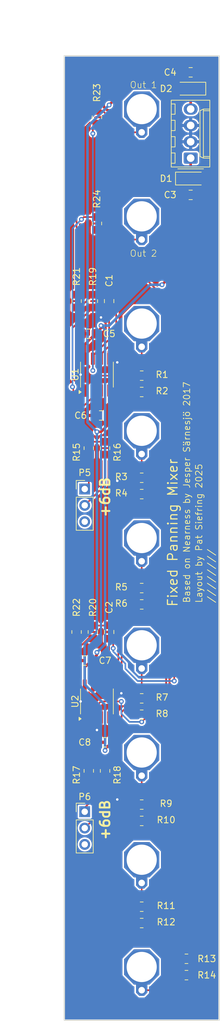
<source format=kicad_pcb>
(kicad_pcb (version 20240108) (generator "pcbnew") (generator_version "8.0")
  (layers (0 "F.Cu" signal) (31 "B.Cu" signal) (34 "B.Paste" user) (35 "F.Paste" user) (36 "B.SilkS" user "B.Silkscreen") (37 "F.SilkS" user "F.Silkscreen") (38 "B.Mask" user) (39 "F.Mask" user) (44 "Edge.Cuts" user))
  (net 0 "")
  (net 1 "GND")
  (net 2 "Net-(U1B--)")
  (net 3 "Net-(C1-Pad2)")
  (net 4 "Net-(U2B--)")
  (net 5 "Net-(C2-Pad2)")
  (net 6 "+12V")
  (net 7 "-12V")
  (net 8 "+12VEntry")
  (net 9 "-12VEntry")
  (net 10 "Net-(P5-Pin_2)")
  (net 11 "Net-(P5-Pin_1)")
  (net 12 "Net-(P6-Pin_2)")
  (net 13 "Net-(P6-Pin_1)")
  (net 14 "Net-(U1A--)")
  (net 15 "Net-(U2A--)")
  (net 16 "2")
  (net 17 "3")
  (net 18 "4")
  (net 19 "5")
  (net 20 "6")
  (net 21 "7")
  (net 22 "8")
  (net 23 "1 (top out)")
  (net 24 "9 (bottom out)")
  (net 25 "x")
  (net 26 "y")
  (footprint "Package_SO:SOIC-8_3.9x4.9mm_P1.27mm" (layer "F.Cu") (at 120.015 69.85 90)
    (property "Reference" "U1" (at 0 -3.4 90) (layer "F.SilkS"))
    (property "Value" "LME49720")
    (pad "1" smd roundrect (at -2.475 -1.905 90) (size 1.95 0.6) (layers "F.Cu" "F.Paste" "F.Mask") (net 11 "Net-(P5-Pin_1)"))
    (pad "2" smd roundrect (at -2.475 -0.635 90) (size 1.95 0.6) (layers "F.Cu" "F.Paste" "F.Mask") (net 14 "Net-(U1A--)"))
    (pad "3" smd roundrect (at -2.475 0.635 90) (size 1.95 0.6) (layers "F.Cu" "F.Paste" "F.Mask") (net 1 "GND"))
    (pad "4" smd roundrect (at -2.475 1.905 90) (size 1.95 0.6) (layers "F.Cu" "F.Paste" "F.Mask") (net 7 "-12V"))
    (pad "5" smd roundrect (at 2.475 1.905 90) (size 1.95 0.6) (layers "F.Cu" "F.Paste" "F.Mask") (net 1 "GND"))
    (pad "6" smd roundrect (at 2.475 0.635 90) (size 1.95 0.6) (layers "F.Cu" "F.Paste" "F.Mask") (net 2 "Net-(U1B--)"))
    (pad "7" smd roundrect (at 2.475 -0.635 90) (size 1.95 0.6) (layers "F.Cu" "F.Paste" "F.Mask") (net 3 "Net-(C1-Pad2)"))
    (pad "8" smd roundrect (at 2.475 -1.905 90) (size 1.95 0.6) (layers "F.Cu" "F.Paste" "F.Mask") (net 6 "+12V"))
  )
  (footprint "Connector_PinHeader_2.54mm:PinHeader_1x03_P2.54mm_Vertical" (layer "F.Cu") (at 118.11 87.63)
    (property "Reference" "P5" (at 0 -2.54 180) (layer "F.SilkS"))
    (property "Value" "PinHeader_1x03_P2.54mm_Vertical")
    (pad "1" thru_hole rect (at 0 0) (size 1.7 1.7) (drill 1) (layers "*.Cu" "*.Mask") (net 11 "Net-(P5-Pin_1)"))
    (pad "2" thru_hole oval (at 0 2.54) (size 1.7 1.7) (drill 1) (layers "*.Cu" "*.Mask") (net 10 "Net-(P5-Pin_2)"))
    (pad "3" thru_hole oval (at 0 5.08) (size 1.7 1.7) (drill 1) (layers "*.Cu" "*.Mask") (net 25 "x"))
  )
  (footprint "Resistor_SMD:R_0805_2012Metric_Pad1.20x1.40mm_HandSolder" (layer "F.Cu") (at 119.38 109.855 90)
    (property "Reference" "R20" (at 3.81 0 90) (layer "F.SilkS"))
    (property "Value" "100k")
    (pad "1" smd roundrect (at -1 0 90) (size 1.2 1.4) (layers "F.Cu" "F.Paste" "F.Mask") (roundrect_rratio 0.208333) (net 13 "Net-(P6-Pin_1)"))
    (pad "2" smd roundrect (at 1 0 90) (size 1.2 1.4) (layers "F.Cu" "F.Paste" "F.Mask") (roundrect_rratio 0.208333) (net 4 "Net-(U2B--)"))
  )
  (footprint "Resistor_SMD:R_0805_2012Metric_Pad1.20x1.40mm_HandSolder" (layer "F.Cu") (at 127 120.17375 180)
    (property "Reference" "R7" (at -3.175 0.15875 0) (layer "F.SilkS"))
    (property "Value" "141k")
    (pad "1" smd roundrect (at -1 0 180) (size 1.2 1.4) (layers "F.Cu" "F.Paste" "F.Mask") (roundrect_rratio 0.208333) (net 19 "5"))
    (pad "2" smd roundrect (at 1 0 180) (size 1.2 1.4) (layers "F.Cu" "F.Paste" "F.Mask") (roundrect_rratio 0.208333) (net 14 "Net-(U1A--)"))
  )
  (footprint "Library:BananaJackHookup" (layer "F.Cu") (at 127 28.575)
    (property "Reference" "REF**" (hide yes))
    (property "Value" "BananaJackHookup" (hide yes))
    (fp_text user "Out 1" (at -1.905 -3.175 0) (layer "F.SilkS") (effects (font (thickness 0.1)) (justify left bottom)))
    (pad "1" thru_hole roundrect (at 0 0) (size 5.5 5.5) (drill 4.699) (layers "*.Cu" "*.Mask") (roundrect_rratio 0) (chamfer_ratio 0.28) (chamfer top_left top_right bottom_left bottom_right) (net 23 "1 (top out)"))
    (pad "P2" thru_hole roundrect (at 0 3.61 180) (size 1.778 1.778) (drill 1.016) (layers "*.Cu" "*.Mask") (roundrect_rratio 0) (chamfer_ratio 0.29) (chamfer top_left top_right) (net 23 "1 (top out)"))
  )
  (footprint "Resistor_SMD:R_0805_2012Metric_Pad1.20x1.40mm_HandSolder" (layer "F.Cu") (at 116.84 109.855 -90)
    (property "Reference" "R22" (at -3.81 0 90) (layer "F.SilkS"))
    (property "Value" "100k")
    (pad "1" smd roundrect (at -1 0 270) (size 1.2 1.4) (layers "F.Cu" "F.Paste" "F.Mask") (roundrect_rratio 0.208333) (net 4 "Net-(U2B--)"))
    (pad "2" smd roundrect (at 1 0 270) (size 1.2 1.4) (layers "F.Cu" "F.Paste" "F.Mask") (roundrect_rratio 0.208333) (net 24 "9 (bottom out)"))
  )
  (footprint "Capacitor_SMD:C_0805_2012Metric_Pad1.18x1.45mm_HandSolder" (layer "F.Cu") (at 120.65 76.2)
    (property "Reference" "C6" (at -3.175 0 0) (layer "F.SilkS"))
    (property "Value" "100n")
    (pad "1" smd roundrect (at -1.0375 0) (size 1.175 1.45) (layers "F.Cu" "F.Paste" "F.Mask") (roundrect_rratio 0.212766) (net 1 "GND"))
    (pad "2" smd roundrect (at 1.0375 0) (size 1.175 1.45) (layers "F.Cu" "F.Paste" "F.Mask") (roundrect_rratio 0.212766) (net 7 "-12V"))
  )
  (footprint "Resistor_SMD:R_0805_2012Metric_Pad1.20x1.40mm_HandSolder" (layer "F.Cu") (at 120.015 29.845 90)
    (property "Reference" "R23" (at 3.81 0 90) (layer "F.SilkS"))
    (property "Value" "1k")
    (pad "1" smd roundrect (at -1 0 90) (size 1.2 1.4) (layers "F.Cu" "F.Paste" "F.Mask") (roundrect_rratio 0.208333) (net 3 "Net-(C1-Pad2)"))
    (pad "2" smd roundrect (at 1 0 90) (size 1.2 1.4) (layers "F.Cu" "F.Paste" "F.Mask") (roundrect_rratio 0.208333) (net 23 "1 (top out)"))
  )
  (footprint "Resistor_SMD:R_0805_2012Metric_Pad1.20x1.40mm_HandSolder" (layer "F.Cu") (at 133.985 160.655 180)
    (property "Reference" "R13" (at -3.175 0 0) (layer "F.SilkS"))
    (property "Value" "1M67")
    (pad "1" smd roundrect (at -1 0 180) (size 1.2 1.4) (layers "F.Cu" "F.Paste" "F.Mask") (roundrect_rratio 0.208333) (net 22 "8"))
    (pad "2" smd roundrect (at 1 0 180) (size 1.2 1.4) (layers "F.Cu" "F.Paste" "F.Mask") (roundrect_rratio 0.208333) (net 14 "Net-(U1A--)"))
  )
  (footprint "Library:BananaJackHookup" (layer "F.Cu") (at 127 111.91875)
    (property "Reference" "REF**" (hide yes))
    (property "Value" "BananaJackHookup" (hide yes))
    (pad "1" thru_hole roundrect (at 0 0) (size 5.5 5.5) (drill 4.699) (layers "*.Cu" "*.Mask") (roundrect_rratio 0) (chamfer_ratio 0.28) (chamfer top_left top_right bottom_left bottom_right) (net 19 "5"))
    (pad "P2" thru_hole roundrect (at 0 3.61 180) (size 1.778 1.778) (drill 1.016) (layers "*.Cu" "*.Mask") (roundrect_rratio 0) (chamfer_ratio 0.29) (chamfer top_left top_right) (net 19 "5"))
  )
  (footprint "Resistor_SMD:R_0805_2012Metric_Pad1.20x1.40mm_HandSolder" (layer "F.Cu") (at 127 103.02875 180)
    (property "Reference" "R5" (at 3.175 0.15875 0) (layer "F.SilkS"))
    (property "Value" "113k")
    (pad "1" smd roundrect (at -1 0 180) (size 1.2 1.4) (layers "F.Cu" "F.Paste" "F.Mask") (roundrect_rratio 0.208333) (net 18 "4"))
    (pad "2" smd roundrect (at 1 0 180) (size 1.2 1.4) (layers "F.Cu" "F.Paste" "F.Mask") (roundrect_rratio 0.208333) (net 14 "Net-(U1A--)"))
  )
  (footprint "Resistor_SMD:R_0805_2012Metric_Pad1.20x1.40mm_HandSolder" (layer "F.Cu") (at 127 122.71375)
    (property "Reference" "R8" (at 3.175 -0.15875 0) (layer "F.SilkS"))
    (property "Value" "141k")
    (pad "1" smd roundrect (at -1 0) (size 1.2 1.4) (layers "F.Cu" "F.Paste" "F.Mask") (roundrect_rratio 0.208333) (net 19 "5"))
    (pad "2" smd roundrect (at 1 0) (size 1.2 1.4) (layers "F.Cu" "F.Paste" "F.Mask") (roundrect_rratio 0.208333) (net 15 "Net-(U2A--)"))
  )
  (footprint "Resistor_SMD:R_0805_2012Metric_Pad1.20x1.40mm_HandSolder" (layer "F.Cu") (at 121.285 81.28 -90)
    (property "Reference" "R16" (at 0.635 -1.905 90) (layer "F.SilkS"))
    (property "Value" "100k")
    (pad "1" smd roundrect (at -1 0 270) (size 1.2 1.4) (layers "F.Cu" "F.Paste" "F.Mask") (roundrect_rratio 0.208333) (net 14 "Net-(U1A--)"))
    (pad "2" smd roundrect (at 1 0 270) (size 1.2 1.4) (layers "F.Cu" "F.Paste" "F.Mask") (roundrect_rratio 0.208333) (net 10 "Net-(P5-Pin_2)"))
  )
  (footprint "Connector_Molex:Molex_KK-254_AE-6410-04A_1x04_P2.54mm_Vertical" (layer "F.Cu") (at 134.64 36.195 90)
    (property "Reference" "REF**" (hide yes))
    (property "Value" "Molex_KK-254_AE-6410-04A_1x04_P2.54mm_Vertical")
    (pad "1" thru_hole roundrect (at 0 0 90) (size 1.74 2.19) (drill 1.19) (layers "*.Cu" "*.Mask") (roundrect_rratio 0.143678) (net 8 "+12VEntry"))
    (pad "2" thru_hole oval (at 2.54 0 90) (size 1.74 2.19) (drill 1.19) (layers "*.Cu" "*.Mask") (net 1 "GND"))
    (pad "3" thru_hole oval (at 5.08 0 90) (size 1.74 2.19) (drill 1.19) (layers "*.Cu" "*.Mask") (net 1 "GND"))
    (pad "4" thru_hole oval (at 7.62 0 90) (size 1.74 2.19) (drill 1.19) (layers "*.Cu" "*.Mask") (net 9 "-12VEntry"))
  )
  (footprint "Resistor_SMD:R_0805_2012Metric_Pad1.20x1.40mm_HandSolder" (layer "F.Cu") (at 121.285 131.445 -90)
    (property "Reference" "R18" (at 0.635 -1.905 90) (layer "F.SilkS"))
    (property "Value" "100k")
    (pad "1" smd roundrect (at -1 0 270) (size 1.2 1.4) (layers "F.Cu" "F.Paste" "F.Mask") (roundrect_rratio 0.208333) (net 15 "Net-(U2A--)"))
    (pad "2" smd roundrect (at 1 0 270) (size 1.2 1.4) (layers "F.Cu" "F.Paste" "F.Mask") (roundrect_rratio 0.208333) (net 12 "Net-(P6-Pin_2)"))
  )
  (footprint "Capacitor_SMD:C_0805_2012Metric_Pad1.18x1.45mm_HandSolder" (layer "F.Cu") (at 121.285 127)
    (property "Reference" "C8" (at -3.175 0 0) (layer "F.SilkS"))
    (property "Value" "100n")
    (pad "1" smd roundrect (at -1.0375 0) (size 1.175 1.45) (layers "F.Cu" "F.Paste" "F.Mask") (roundrect_rratio 0.212766) (net 1 "GND"))
    (pad "2" smd roundrect (at 1.0375 0) (size 1.175 1.45) (layers "F.Cu" "F.Paste" "F.Mask") (roundrect_rratio 0.212766) (net 7 "-12V"))
  )
  (footprint "Resistor_SMD:R_0805_2012Metric_Pad1.20x1.40mm_HandSolder" (layer "F.Cu") (at 127 155.09875)
    (property "Reference" "R12" (at 3.81 -0.15875 0) (layer "F.SilkS"))
    (property "Value" "103k")
    (pad "1" smd roundrect (at -1 0) (size 1.2 1.4) (layers "F.Cu" "F.Paste" "F.Mask") (roundrect_rratio 0.208333) (net 21 "7"))
    (pad "2" smd roundrect (at 1 0) (size 1.2 1.4) (layers "F.Cu" "F.Paste" "F.Mask") (roundrect_rratio 0.208333) (net 15 "Net-(U2A--)"))
  )
  (footprint "Library:BananaJackHookup" (layer "F.Cu") (at 127 45.24375)
    (property "Reference" "REF**" (hide yes))
    (property "Value" "BananaJackHookup" (hide yes))
    (fp_text user "Out 2" (at -1.905 6.35 0) (layer "F.SilkS") (effects (font (thickness 0.1)) (justify left bottom)))
    (pad "1" thru_hole roundrect (at 0 0) (size 5.5 5.5) (drill 4.699) (layers "*.Cu" "*.Mask") (roundrect_rratio 0) (chamfer_ratio 0.28) (chamfer top_left top_right bottom_left bottom_right) (net 24 "9 (bottom out)"))
    (pad "P2" thru_hole roundrect (at 0 3.61 180) (size 1.778 1.778) (drill 1.016) (layers "*.Cu" "*.Mask") (roundrect_rratio 0) (chamfer_ratio 0.29) (chamfer top_left top_right) (net 24 "9 (bottom out)"))
  )
  (footprint "Library:BananaJackHookup" (layer "F.Cu") (at 127 61.9125)
    (property "Reference" "REF**" (hide yes))
    (property "Value" "BananaJackHookup" (hide yes))
    (pad "1" thru_hole roundrect (at 0 0) (size 5.5 5.5) (drill 4.699) (layers "*.Cu" "*.Mask") (roundrect_rratio 0) (chamfer_ratio 0.28) (chamfer top_left top_right bottom_left bottom_right) (net 16 "2"))
    (pad "P2" thru_hole roundrect (at 0 3.61 180) (size 1.778 1.778) (drill 1.016) (layers "*.Cu" "*.Mask") (roundrect_rratio 0) (chamfer_ratio 0.29) (chamfer top_left top_right) (net 16 "2"))
  )
  (footprint "Resistor_SMD:R_0805_2012Metric_Pad1.20x1.40mm_HandSolder" (layer "F.Cu") (at 127 85.88375 180)
    (property "Reference" "R3" (at 3.175 0.15875 0) (layer "F.SilkS"))
    (property "Value" "103k")
    (pad "1" smd roundrect (at -1 0 180) (size 1.2 1.4) (layers "F.Cu" "F.Paste" "F.Mask") (roundrect_rratio 0.208333) (net 17 "3"))
    (pad "2" smd roundrect (at 1 0 180) (size 1.2 1.4) (layers "F.Cu" "F.Paste" "F.Mask") (roundrect_rratio 0.208333) (net 14 "Net-(U1A--)"))
  )
  (footprint "Library:BananaJackHookup" (layer "F.Cu") (at 127 128.5875)
    (property "Reference" "REF**" (hide yes))
    (property "Value" "BananaJackHookup" (hide yes))
    (pad "1" thru_hole roundrect (at 0 0) (size 5.5 5.5) (drill 4.699) (layers "*.Cu" "*.Mask") (roundrect_rratio 0) (chamfer_ratio 0.28) (chamfer top_left top_right bottom_left bottom_right) (net 20 "6"))
    (pad "P2" thru_hole roundrect (at 0 3.61 180) (size 1.778 1.778) (drill 1.016) (layers "*.Cu" "*.Mask") (roundrect_rratio 0) (chamfer_ratio 0.29) (chamfer top_left top_right) (net 20 "6"))
  )
  (footprint "Diode_SMD:D_SOD-123" (layer "F.Cu") (at 134.64 25.4 180)
    (property "Reference" "D2" (at 3.83 0 0) (layer "F.SilkS"))
    (property "Value" "1N5819HW")
    (pad "1" smd roundrect (at -1.65 0 180) (size 0.9 1.2) (layers "F.Cu" "F.Paste" "F.Mask") (net 9 "-12VEntry"))
    (pad "2" smd roundrect (at 1.65 0 180) (size 0.9 1.2) (layers "F.Cu" "F.Paste" "F.Mask") (net 7 "-12V"))
  )
  (footprint "Resistor_SMD:R_0805_2012Metric_Pad1.20x1.40mm_HandSolder" (layer "F.Cu") (at 127 136.68375 180)
    (property "Reference" "R9" (at -3.81 0.15875 0) (layer "F.SilkS"))
    (property "Value" "215k")
    (pad "1" smd roundrect (at -1 0 180) (size 1.2 1.4) (layers "F.Cu" "F.Paste" "F.Mask") (roundrect_rratio 0.208333) (net 20 "6"))
    (pad "2" smd roundrect (at 1 0 180) (size 1.2 1.4) (layers "F.Cu" "F.Paste" "F.Mask") (roundrect_rratio 0.208333) (net 14 "Net-(U1A--)"))
  )
  (footprint "Resistor_SMD:R_0805_2012Metric_Pad1.20x1.40mm_HandSolder" (layer "F.Cu") (at 127 152.55875 180)
    (property "Reference" "R11" (at -3.81 0.15875 0) (layer "F.SilkS"))
    (property "Value" "439k")
    (pad "1" smd roundrect (at -1 0 180) (size 1.2 1.4) (layers "F.Cu" "F.Paste" "F.Mask") (roundrect_rratio 0.208333) (net 21 "7"))
    (pad "2" smd roundrect (at 1 0 180) (size 1.2 1.4) (layers "F.Cu" "F.Paste" "F.Mask") (roundrect_rratio 0.208333) (net 14 "Net-(U1A--)"))
  )
  (footprint "Capacitor_SMD:C_0805_2012Metric_Pad1.18x1.45mm_HandSolder" (layer "F.Cu") (at 134.64 41.91)
    (property "Reference" "C3" (at -3.195 0 0) (layer "F.SilkS"))
    (property "Value" "10uF")
    (pad "1" smd roundrect (at -1.0375 0) (size 1.175 1.45) (layers "F.Cu" "F.Paste" "F.Mask") (roundrect_rratio 0.212766) (net 6 "+12V"))
    (pad "2" smd roundrect (at 1.0375 0) (size 1.175 1.45) (layers "F.Cu" "F.Paste" "F.Mask") (roundrect_rratio 0.212766) (net 1 "GND"))
  )
  (footprint "Resistor_SMD:R_0805_2012Metric_Pad1.20x1.40mm_HandSolder" (layer "F.Cu") (at 119.38 58.42 90)
    (property "Reference" "R19" (at 3.81 0 90) (layer "F.SilkS"))
    (property "Value" "100k")
    (pad "1" smd roundrect (at -1 0 90) (size 1.2 1.4) (layers "F.Cu" "F.Paste" "F.Mask") (roundrect_rratio 0.208333) (net 11 "Net-(P5-Pin_1)"))
    (pad "2" smd roundrect (at 1 0 90) (size 1.2 1.4) (layers "F.Cu" "F.Paste" "F.Mask") (roundrect_rratio 0.208333) (net 2 "Net-(U1B--)"))
  )
  (footprint "Capacitor_SMD:C_0805_2012Metric_Pad1.18x1.45mm_HandSolder" (layer "F.Cu") (at 121.92 58.42 -90)
    (property "Reference" "C1" (at -3.175 0 90) (layer "F.SilkS"))
    (property "Value" "22p")
    (pad "1" smd roundrect (at -1.0375 0 270) (size 1.175 1.45) (layers "F.Cu" "F.Paste" "F.Mask") (roundrect_rratio 0.212766) (net 2 "Net-(U1B--)"))
    (pad "2" smd roundrect (at 1.0375 0 270) (size 1.175 1.45) (layers "F.Cu" "F.Paste" "F.Mask") (roundrect_rratio 0.212766) (net 3 "Net-(C1-Pad2)"))
  )
  (footprint "Resistor_SMD:R_0805_2012Metric_Pad1.20x1.40mm_HandSolder" (layer "F.Cu") (at 120.015 46.355 90)
    (property "Reference" "R24" (at 3.81 0 90) (layer "F.SilkS"))
    (property "Value" "1k")
    (pad "1" smd roundrect (at -1 0 90) (size 1.2 1.4) (layers "F.Cu" "F.Paste" "F.Mask") (roundrect_rratio 0.208333) (net 5 "Net-(C2-Pad2)"))
    (pad "2" smd roundrect (at 1 0 90) (size 1.2 1.4) (layers "F.Cu" "F.Paste" "F.Mask") (roundrect_rratio 0.208333) (net 24 "9 (bottom out)"))
  )
  (footprint "Resistor_SMD:R_0805_2012Metric_Pad1.20x1.40mm_HandSolder" (layer "F.Cu") (at 127 139.22375)
    (property "Reference" "R10" (at 3.81 -0.15875 0) (layer "F.SilkS"))
    (property "Value" "113k")
    (pad "1" smd roundrect (at -1 0) (size 1.2 1.4) (layers "F.Cu" "F.Paste" "F.Mask") (roundrect_rratio 0.208333) (net 20 "6"))
    (pad "2" smd roundrect (at 1 0) (size 1.2 1.4) (layers "F.Cu" "F.Paste" "F.Mask") (roundrect_rratio 0.208333) (net 15 "Net-(U2A--)"))
  )
  (footprint "Resistor_SMD:R_0805_2012Metric_Pad1.20x1.40mm_HandSolder" (layer "F.Cu") (at 118.745 131.445 -90)
    (property "Reference" "R17" (at 0.635 1.905 90) (layer "F.SilkS"))
    (property "Value" "100k")
    (pad "1" smd roundrect (at -1 0 270) (size 1.2 1.4) (layers "F.Cu" "F.Paste" "F.Mask") (roundrect_rratio 0.208333) (net 15 "Net-(U2A--)"))
    (pad "2" smd roundrect (at 1 0 270) (size 1.2 1.4) (layers "F.Cu" "F.Paste" "F.Mask") (roundrect_rratio 0.208333) (net 13 "Net-(P6-Pin_1)"))
  )
  (footprint "Capacitor_SMD:C_0805_2012Metric_Pad1.18x1.45mm_HandSolder" (layer "F.Cu") (at 118.11 114.3 180)
    (property "Reference" "C7" (at -3.175 0 0) (layer "F.SilkS"))
    (property "Value" "100n")
    (pad "1" smd roundrect (at -1.0375 0 180) (size 1.175 1.45) (layers "F.Cu" "F.Paste" "F.Mask") (roundrect_rratio 0.212766) (net 6 "+12V"))
    (pad "2" smd roundrect (at 1.0375 0 180) (size 1.175 1.45) (layers "F.Cu" "F.Paste" "F.Mask") (roundrect_rratio 0.212766) (net 1 "GND"))
  )
  (footprint "Resistor_SMD:R_0805_2012Metric_Pad1.20x1.40mm_HandSolder" (layer "F.Cu") (at 133.985 163.195)
    (property "Reference" "R14" (at 3.175 0 0) (layer "F.SilkS"))
    (property "Value" "100k")
    (pad "1" smd roundrect (at -1 0) (size 1.2 1.4) (layers "F.Cu" "F.Paste" "F.Mask") (roundrect_rratio 0.208333) (net 22 "8"))
    (pad "2" smd roundrect (at 1 0) (size 1.2 1.4) (layers "F.Cu" "F.Paste" "F.Mask") (roundrect_rratio 0.208333) (net 15 "Net-(U2A--)"))
  )
  (footprint "Capacitor_SMD:C_0805_2012Metric_Pad1.18x1.45mm_HandSolder" (layer "F.Cu") (at 121.92 109.855 -90)
    (property "Reference" "C2" (at -3.81 0 90) (layer "F.SilkS"))
    (property "Value" "22p")
    (pad "1" smd roundrect (at -1.0375 0 270) (size 1.175 1.45) (layers "F.Cu" "F.Paste" "F.Mask") (roundrect_rratio 0.212766) (net 4 "Net-(U2B--)"))
    (pad "2" smd roundrect (at 1.0375 0 270) (size 1.175 1.45) (layers "F.Cu" "F.Paste" "F.Mask") (roundrect_rratio 0.212766) (net 5 "Net-(C2-Pad2)"))
  )
  (footprint "Resistor_SMD:R_0805_2012Metric_Pad1.20x1.40mm_HandSolder" (layer "F.Cu") (at 116.84 58.42 90)
    (property "Reference" "R21" (at 3.81 0 90) (layer "F.SilkS"))
    (property "Value" "100k")
    (pad "1" smd roundrect (at -1 0 90) (size 1.2 1.4) (layers "F.Cu" "F.Paste" "F.Mask") (roundrect_rratio 0.208333) (net 2 "Net-(U1B--)"))
    (pad "2" smd roundrect (at 1 0 90) (size 1.2 1.4) (layers "F.Cu" "F.Paste" "F.Mask") (roundrect_rratio 0.208333) (net 23 "1 (top out)"))
  )
  (footprint "Resistor_SMD:R_0805_2012Metric_Pad1.20x1.40mm_HandSolder" (layer "F.Cu") (at 118.745 81.28 -90)
    (property "Reference" "R15" (at 0.635 1.905 90) (layer "F.SilkS"))
    (property "Value" "100k")
    (pad "1" smd roundrect (at -1 0 270) (size 1.2 1.4) (layers "F.Cu" "F.Paste" "F.Mask") (roundrect_rratio 0.208333) (net 14 "Net-(U1A--)"))
    (pad "2" smd roundrect (at 1 0 270) (size 1.2 1.4) (layers "F.Cu" "F.Paste" "F.Mask") (roundrect_rratio 0.208333) (net 11 "Net-(P5-Pin_1)"))
  )
  (footprint "Resistor_SMD:R_0805_2012Metric_Pad1.20x1.40mm_HandSolder" (layer "F.Cu") (at 127 88.42375)
    (property "Reference" "R4" (at -3.175 -0.15875 0) (layer "F.SilkS"))
    (property "Value" "439k")
    (pad "1" smd roundrect (at -1 0) (size 1.2 1.4) (layers "F.Cu" "F.Paste" "F.Mask") (roundrect_rratio 0.208333) (net 17 "3"))
    (pad "2" smd roundrect (at 1 0) (size 1.2 1.4) (layers "F.Cu" "F.Paste" "F.Mask") (roundrect_rratio 0.208333) (net 15 "Net-(U2A--)"))
  )
  (footprint "Diode_SMD:D_SOD-123" (layer "F.Cu") (at 134.64 39.37)
    (property "Reference" "D1" (at -3.83 0 0) (layer "F.SilkS"))
    (property "Value" "1N5819HW")
    (pad "1" smd roundrect (at -1.65 0) (size 0.9 1.2) (layers "F.Cu" "F.Paste" "F.Mask") (net 6 "+12V"))
    (pad "2" smd roundrect (at 1.65 0) (size 0.9 1.2) (layers "F.Cu" "F.Paste" "F.Mask") (net 8 "+12VEntry"))
  )
  (footprint "Package_SO:SOIC-8_3.9x4.9mm_P1.27mm" (layer "F.Cu") (at 120.015 120.65 90)
    (property "Reference" "U2" (at 0 -3.4 90) (layer "F.SilkS"))
    (property "Value" "LME49720")
    (pad "1" smd roundrect (at -2.475 -1.905 90) (size 1.95 0.6) (layers "F.Cu" "F.Paste" "F.Mask") (net 13 "Net-(P6-Pin_1)"))
    (pad "2" smd roundrect (at -2.475 -0.635 90) (size 1.95 0.6) (layers "F.Cu" "F.Paste" "F.Mask") (net 15 "Net-(U2A--)"))
    (pad "3" smd roundrect (at -2.475 0.635 90) (size 1.95 0.6) (layers "F.Cu" "F.Paste" "F.Mask") (net 1 "GND"))
    (pad "4" smd roundrect (at -2.475 1.905 90) (size 1.95 0.6) (layers "F.Cu" "F.Paste" "F.Mask") (net 7 "-12V"))
    (pad "5" smd roundrect (at 2.475 1.905 90) (size 1.95 0.6) (layers "F.Cu" "F.Paste" "F.Mask") (net 1 "GND"))
    (pad "6" smd roundrect (at 2.475 0.635 90) (size 1.95 0.6) (layers "F.Cu" "F.Paste" "F.Mask") (net 4 "Net-(U2B--)"))
    (pad "7" smd roundrect (at 2.475 -0.635 90) (size 1.95 0.6) (layers "F.Cu" "F.Paste" "F.Mask") (net 5 "Net-(C2-Pad2)"))
    (pad "8" smd roundrect (at 2.475 -1.905 90) (size 1.95 0.6) (layers "F.Cu" "F.Paste" "F.Mask") (net 6 "+12V"))
  )
  (footprint "Library:BananaJackHookup" (layer "F.Cu") (at 127 95.25)
    (property "Reference" "REF**" (hide yes))
    (property "Value" "BananaJackHookup" (hide yes))
    (pad "1" thru_hole roundrect (at 0 0) (size 5.5 5.5) (drill 4.699) (layers "*.Cu" "*.Mask") (roundrect_rratio 0) (chamfer_ratio 0.28) (chamfer top_left top_right bottom_left bottom_right) (net 18 "4"))
    (pad "P2" thru_hole roundrect (at 0 3.61 180) (size 1.778 1.778) (drill 1.016) (layers "*.Cu" "*.Mask") (roundrect_rratio 0) (chamfer_ratio 0.29) (chamfer top_left top_right) (net 18 "4"))
  )
  (footprint "Library:BananaJackHookup" (layer "F.Cu") (at 127 161.925)
    (property "Reference" "REF**" (hide yes))
    (property "Value" "BananaJackHookup" (hide yes))
    (pad "1" thru_hole roundrect (at 0 0) (size 5.5 5.5) (drill 4.699) (layers "*.Cu" "*.Mask") (roundrect_rratio 0) (chamfer_ratio 0.28) (chamfer top_left top_right bottom_left bottom_right) (net 22 "8"))
    (pad "P2" thru_hole roundrect (at 0 3.61 180) (size 1.778 1.778) (drill 1.016) (layers "*.Cu" "*.Mask") (roundrect_rratio 0) (chamfer_ratio 0.29) (chamfer top_left top_right) (net 22 "8"))
  )
  (footprint "Library:BananaJackHookup" (layer "F.Cu") (at 127 145.25625)
    (property "Reference" "REF**" (hide yes))
    (property "Value" "BananaJackHookup" (hide yes))
    (pad "1" thru_hole roundrect (at 0 0) (size 5.5 5.5) (drill 4.699) (layers "*.Cu" "*.Mask") (roundrect_rratio 0) (chamfer_ratio 0.28) (chamfer top_left top_right bottom_left bottom_right) (net 21 "7"))
    (pad "P2" thru_hole roundrect (at 0 3.61 180) (size 1.778 1.778) (drill 1.016) (layers "*.Cu" "*.Mask") (roundrect_rratio 0) (chamfer_ratio 0.29) (chamfer top_left top_right) (net 21 "7"))
  )
  (footprint "Resistor_SMD:R_0805_2012Metric_Pad1.20x1.40mm_HandSolder" (layer "F.Cu") (at 127 72.54875)
    (property "Reference" "R2" (at 3.175 -0.15875 0) (layer "F.SilkS"))
    (property "Value" "1M67")
    (pad "1" smd roundrect (at -1 0) (size 1.2 1.4) (layers "F.Cu" "F.Paste" "F.Mask") (roundrect_rratio 0.208333) (net 16 "2"))
    (pad "2" smd roundrect (at 1 0) (size 1.2 1.4) (layers "F.Cu" "F.Paste" "F.Mask") (roundrect_rratio 0.208333) (net 15 "Net-(U2A--)"))
  )
  (footprint "Resistor_SMD:R_0805_2012Metric_Pad1.20x1.40mm_HandSolder" (layer "F.Cu") (at 127 105.56875)
    (property "Reference" "R6" (at -3.175 -0.15875 0) (layer "F.SilkS"))
    (property "Value" "215k")
    (pad "1" smd roundrect (at -1 0) (size 1.2 1.4) (layers "F.Cu" "F.Paste" "F.Mask") (roundrect_rratio 0.208333) (net 18 "4"))
    (pad "2" smd roundrect (at 1 0) (size 1.2 1.4) (layers "F.Cu" "F.Paste" "F.Mask") (roundrect_rratio 0.208333) (net 15 "Net-(U2A--)"))
  )
  (footprint "Connector_PinHeader_2.54mm:PinHeader_1x03_P2.54mm_Vertical" (layer "F.Cu") (at 118.11 137.795)
    (property "Reference" "P6" (at 0 -2.33 0) (layer "F.SilkS"))
    (property "Value" "PinHeader_1x03_P2.54mm_Vertical")
    (pad "1" thru_hole rect (at 0 0) (size 1.7 1.7) (drill 1) (layers "*.Cu" "*.Mask") (net 13 "Net-(P6-Pin_1)"))
    (pad "2" thru_hole oval (at 0 2.54) (size 1.7 1.7) (drill 1) (layers "*.Cu" "*.Mask") (net 12 "Net-(P6-Pin_2)"))
    (pad "3" thru_hole oval (at 0 5.08) (size 1.7 1.7) (drill 1) (layers "*.Cu" "*.Mask") (net 26 "y"))
  )
  (footprint "Library:BananaJackHookup" (layer "F.Cu") (at 127 78.58125)
    (property "Reference" "REF**" (hide yes))
    (property "Value" "BananaJackHookup" (hide yes))
    (pad "1" thru_hole roundrect (at 0 0) (size 5.5 5.5) (drill 4.699) (layers "*.Cu" "*.Mask") (roundrect_rratio 0) (chamfer_ratio 0.28) (chamfer top_left top_right bottom_left bottom_right) (net 17 "3"))
    (pad "P2" thru_hole roundrect (at 0 3.61 180) (size 1.778 1.778) (drill 1.016) (layers "*.Cu" "*.Mask") (roundrect_rratio 0) (chamfer_ratio 0.29) (chamfer top_left top_right) (net 17 "3"))
  )
  (footprint "Capacitor_SMD:C_0805_2012Metric_Pad1.18x1.45mm_HandSolder" (layer "F.Cu") (at 134.64 22.86 180)
    (property "Reference" "C4" (at 3.195 0 0) (layer "F.SilkS"))
    (property "Value" "10uF")
    (pad "1" smd roundrect (at -1.0375 0 180) (size 1.175 1.45) (layers "F.Cu" "F.Paste" "F.Mask") (roundrect_rratio 0.212766) (net 1 "GND"))
    (pad "2" smd roundrect (at 1.0375 0 180) (size 1.175 1.45) (layers "F.Cu" "F.Paste" "F.Mask") (roundrect_rratio 0.212766) (net 7 "-12V"))
  )
  (footprint "Capacitor_SMD:C_0805_2012Metric_Pad1.18x1.45mm_HandSolder" (layer "F.Cu") (at 118.745 63.5 180)
    (property "Reference" "C5" (at -3.175 0 0) (layer "F.SilkS"))
    (property "Value" "100n")
    (pad "1" smd roundrect (at -1.0375 0 180) (size 1.175 1.45) (layers "F.Cu" "F.Paste" "F.Mask") (roundrect_rratio 0.212766) (net 6 "+12V"))
    (pad "2" smd roundrect (at 1.0375 0 180) (size 1.175 1.45) (layers "F.Cu" "F.Paste" "F.Mask") (roundrect_rratio 0.212766) (net 1 "GND"))
  )
  (footprint "Resistor_SMD:R_0805_2012Metric_Pad1.20x1.40mm_HandSolder" (layer "F.Cu") (at 127 70.00875 180)
    (property "Reference" "R1" (at -3.175 0.15875 0) (layer "F.SilkS"))
    (property "Value" "100k")
    (pad "1" smd roundrect (at -1 0 180) (size 1.2 1.4) (layers "F.Cu" "F.Paste" "F.Mask") (roundrect_rratio 0.208333) (net 16 "2"))
    (pad "2" smd roundrect (at 1 0 180) (size 1.2 1.4) (layers "F.Cu" "F.Paste" "F.Mask") (roundrect_rratio 0.208333) (net 14 "Net-(U1A--)"))
  )
  (gr_rect (start 114.935 20.32) (end 139.065 170.18) (stroke (width 0.2)) (fill none) (layer "Edge.Cuts"))
  (gr_text "+6dB" (at 121.285 139.065 90) (layer "F.SilkS") (effects (font (size 1.5 1.5) (thickness 0.3) (bold yes))))
  (gr_text "+6dB" (at 121.285 88.9 90) (layer "F.SilkS") (effects (font (size 1.5 1.5) (thickness 0.3) (bold yes))))
  (gr_text "Layout by Pat Siefring 2025" (at 136.525 105.41 90) (layer "F.SilkS") (effects (font (size 1 1) (thickness 0.125)) (justify left bottom)))
  (gr_text "Fixed Panning Mixer" (at 132.715 106.045 90) (layer "F.SilkS") (effects (font (size 1.5 1.5) (thickness 0.1875)) (justify left bottom)))
  (gr_text "////////" (at 138.43 105.41 90) (layer "F.SilkS") (effects (font (size 1 1) (thickness 0.125)) (justify left bottom)))
  (gr_text "Based on Nearness by Jesper Särnesjö 2017" (at 134.62 105.41 90) (layer "F.SilkS") (effects (font (size 1 1) (thickness 0.125)) (justify left bottom)))
  (via (at 123.19 135.89) (size 0.762) (drill 0.381) (layers "F.Cu" "B.Cu") (net 1))
  (via (at 123.19 86.36) (size 0.762) (drill 0.381) (layers "F.Cu" "B.Cu") (net 1))
  (via (at 117.475 69.85) (size 0.762) (drill 0.381) (layers "F.Cu" "B.Cu") (net 1))
  (via (at 123.19 67.945) (size 0.762) (drill 0.381) (layers "F.Cu" "B.Cu") (net 1))
  (via (at 117.475 120.65) (size 0.762) (drill 0.381) (layers "F.Cu" "B.Cu") (net 1))
  (via (at 120.015 125.095) (size 0.762) (drill 0.381) (layers "F.Cu" "B.Cu") (net 1))
  (via (at 123.825 119.38) (size 0.762) (drill 0.381) (layers "F.Cu" "B.Cu") (net 1))
  (via (at 120.65 60.96) (size 0.762) (drill 0.381) (layers "F.Cu" "B.Cu") (net 1))
  (segment (start 121.48 57.42) (end 119.38 57.42) (width 0.254) (layer "F.Cu") (net 2))
  (segment (start 121.92 57.3825) (end 123.026 58.4885) (width 0.254) (layer "F.Cu") (net 2))
  (segment (start 123.026 58.4885) (end 123.026 64.299) (width 0.254) (layer "F.Cu") (net 2))
  (segment (start 120.65 66.675) (end 120.65 67.375) (width 0.254) (layer "F.Cu") (net 2))
  (segment (start 123.026 64.299) (end 120.65 66.675) (width 0.254) (layer "F.Cu") (net 2))
  (segment (start 116.84 59.42) (end 117.38 59.42) (width 0.254) (layer "F.Cu") (net 2))
  (segment (start 121.92 57.3825) (end 121.5175 57.3825) (width 0.254) (layer "F.Cu") (net 2))
  (segment (start 117.38 59.42) (end 119.38 57.42) (width 0.254) (layer "F.Cu") (net 2))
  (segment (start 121.5175 57.3825) (end 121.48 57.42) (width 0.254) (layer "F.Cu") (net 2))
  (segment (start 119.38 32.385) (end 119.38 31.48) (width 0.254) (layer "F.Cu") (net 3))
  (segment (start 119.38 31.48) (end 120.015 30.845) (width 0.254) (layer "F.Cu") (net 3))
  (segment (start 119.38 67.375) (end 119.38 69.215) (width 0.254) (layer "F.Cu") (net 3))
  (segment (start 119.38 66.914896) (end 119.38 67.375) (width 0.254) (layer "F.Cu") (net 3))
  (segment (start 121.92 64.374896) (end 119.38 66.914896) (width 0.254) (layer "F.Cu") (net 3))
  (segment (start 121.92 59.4575) (end 121.92 64.374896) (width 0.254) (layer "F.Cu") (net 3))
  (via (at 119.38 32.385) (size 0.762) (drill 0.381) (layers "F.Cu" "B.Cu") (net 3))
  (via (at 119.38 69.215) (size 0.762) (drill 0.381) (layers "F.Cu" "B.Cu") (net 3))
  (segment (start 119.38 69.215) (end 119.38 32.385) (width 0.254) (layer "B.Cu") (net 3))
  (segment (start 119.38 108.855) (end 121.8825 108.855) (width 0.254) (layer "F.Cu") (net 4))
  (segment (start 121.8825 108.855) (end 121.92 108.8175) (width 0.254) (layer "F.Cu") (net 4))
  (segment (start 123.361 114.489001) (end 123.361 110.2585) (width 0.254) (layer "F.Cu") (net 4))
  (segment (start 123.361 110.2585) (end 121.92 108.8175) (width 0.254) (layer "F.Cu") (net 4))
  (segment (start 120.65 117.200001) (end 123.361 114.489001) (width 0.254) (layer "F.Cu") (net 4))
  (segment (start 119.38 108.855) (end 116.84 108.855) (width 0.254) (layer "F.Cu") (net 4))
  (segment (start 120.65 118.175) (end 120.65 117.200001) (width 0.254) (layer "F.Cu") (net 4))
  (segment (start 122.555 112.395) (end 122.555 111.5275) (width 0.254) (layer "F.Cu") (net 5))
  (segment (start 132.08 59.42) (end 132.08 117.475) (width 0.254) (layer "F.Cu") (net 5))
  (segment (start 122.555 111.5275) (end 121.92 110.8925) (width 0.254) (layer "F.Cu") (net 5))
  (segment (start 121.92 110.8925) (end 121.92 115.174896) (width 0.254) (layer "F.Cu") (net 5))
  (segment (start 121.92 115.174896) (end 119.38 117.714896) (width 0.254) (layer "F.Cu") (net 5))
  (segment (start 119.38 117.714896) (end 119.38 118.175) (width 0.254) (layer "F.Cu") (net 5))
  (segment (start 120.015 47.355) (end 132.08 59.42) (width 0.254) (layer "F.Cu") (net 5))
  (via (at 132.08 117.475) (size 0.762) (drill 0.381) (layers "F.Cu" "B.Cu") (net 5))
  (via (at 122.555 112.395) (size 0.762) (drill 0.381) (layers "F.Cu" "B.Cu") (net 5))
  (segment (start 132.08 117.475) (end 126.365 117.475) (width 0.254) (layer "B.Cu") (net 5))
  (segment (start 124.46 114.789946) (end 122.555 112.884946) (width 0.254) (layer "B.Cu") (net 5))
  (segment (start 126.365 117.475) (end 124.46 115.57) (width 0.254) (layer "B.Cu") (net 5))
  (segment (start 122.555 112.884946) (end 122.555 112.395) (width 0.254) (layer "B.Cu") (net 5))
  (segment (start 124.46 115.57) (end 124.46 114.789946) (width 0.254) (layer "B.Cu") (net 5))
  (segment (start 133.6025 52.4525) (end 130.175 55.88) (width 0.4) (layer "F.Cu") (net 6))
  (segment (start 132.99 39.37) (end 132.99 41.2975) (width 0.4) (layer "F.Cu") (net 6))
  (segment (start 120.015 113.03) (end 120.015 113.4325) (width 0.4) (layer "F.Cu") (net 6))
  (segment (start 132.99 41.2975) (end 133.6025 41.91) (width 0.4) (layer "F.Cu") (net 6))
  (segment (start 119.7825 63.5) (end 118.11 65.1725) (width 0.4) (layer "F.Cu") (net 6))
  (segment (start 120.65 62.23) (end 120.65 62.6325) (width 0.4) (layer "F.Cu") (net 6))
  (segment (start 120.015 113.4325) (end 119.1475 114.3) (width 0.4) (layer "F.Cu") (net 6))
  (segment (start 118.11 65.1725) (end 118.11 67.375) (width 0.4) (layer "F.Cu") (net 6))
  (segment (start 119.1475 114.3) (end 118.11 115.3375) (width 0.4) (layer "F.Cu") (net 6))
  (segment (start 120.65 62.6325) (end 119.7825 63.5) (width 0.4) (layer "F.Cu") (net 6))
  (segment (start 118.11 115.3375) (end 118.11 118.175) (width 0.4) (layer "F.Cu") (net 6))
  (segment (start 133.6025 41.91) (end 133.6025 52.4525) (width 0.4) (layer "F.Cu") (net 6))
  (via (at 120.015 113.03) (size 0.762) (drill 0.381) (layers "F.Cu" "B.Cu") (net 6))
  (via (at 120.65 62.23) (size 0.762) (drill 0.381) (layers "F.Cu" "B.Cu") (net 6))
  (via (at 130.175 55.88) (size 0.762) (drill 0.381) (layers "F.Cu" "B.Cu") (net 6))
  (segment (start 121.285 62.865) (end 121.285 111.76) (width 0.4) (layer "B.Cu") (net 6))
  (segment (start 130.175 55.88) (end 128.27 55.88) (width 0.4) (layer "B.Cu") (net 6))
  (segment (start 121.285 111.76) (end 120.015 113.03) (width 0.4) (layer "B.Cu") (net 6))
  (segment (start 120.65 62.23) (end 121.285 62.865) (width 0.4) (layer "B.Cu") (net 6))
  (segment (start 121.92 62.23) (end 120.65 62.23) (width 0.4) (layer "B.Cu") (net 6))
  (segment (start 128.27 55.88) (end 121.92 62.23) (width 0.4) (layer "B.Cu") (net 6))
  (segment (start 132.99 25.4) (end 132.99 23.4725) (width 0.4) (layer "F.Cu") (net 7))
  (segment (start 121.6875 77.7025) (end 121.6875 76.2) (width 0.4) (layer "F.Cu") (net 7))
  (segment (start 121.285 128.27) (end 121.285 128.0375) (width 0.4) (layer "F.Cu") (net 7))
  (segment (start 120.65 78.74) (end 121.6875 77.7025) (width 0.4) (layer "F.Cu") (net 7))
  (segment (start 121.6875 76.2) (end 121.6875 74.5275) (width 0.4) (layer "F.Cu") (net 7))
  (segment (start 121.285 128.0375) (end 122.3225 127) (width 0.4) (layer "F.Cu") (net 7))
  (segment (start 133.6025 22.86) (end 127 22.86) (width 0.4) (layer "F.Cu") (net 7))
  (segment (start 127 22.86) (end 121.92 27.94) (width 0.4) (layer "F.Cu") (net 7))
  (segment (start 121.6875 74.5275) (end 121.92 74.295) (width 0.4) (layer "F.Cu") (net 7))
  (segment (start 122.3225 127) (end 122.3225 123.5275) (width 0.4) (layer "F.Cu") (net 7))
  (segment (start 121.92 74.295) (end 121.92 72.325) (width 0.4) (layer "F.Cu") (net 7))
  (segment (start 122.3225 123.5275) (end 121.92 123.125) (width 0.4) (layer "F.Cu") (net 7))
  (segment (start 132.99 23.4725) (end 133.6025 22.86) (width 0.4) (layer "F.Cu") (net 7))
  (segment (start 120.015 78.74) (end 120.65 78.74) (width 0.4) (layer "F.Cu") (net 7))
  (via (at 121.92 27.94) (size 0.762) (drill 0.381) (layers "F.Cu" "B.Cu") (net 7))
  (via (at 120.015 78.74) (size 0.762) (drill 0.381) (layers "F.Cu" "B.Cu") (net 7))
  (via (at 121.285 128.27) (size 0.762) (drill 0.381) (layers "F.Cu" "B.Cu") (net 7))
  (segment (start 118.545 31.315) (end 118.545 77.27) (width 0.4) (layer "B.Cu") (net 7))
  (segment (start 120.015 109.855) (end 120.015 78.74) (width 0.4) (layer "B.Cu") (net 7))
  (segment (start 121.92 27.94) (end 118.545 31.315) (width 0.4) (layer "B.Cu") (net 7))
  (segment (start 118.545 77.27) (end 120.015 78.74) (width 0.4) (layer "B.Cu") (net 7))
  (segment (start 121.285 121.195869) (end 118.11 118.020869) (width 0.4) (layer "B.Cu") (net 7))
  (segment (start 118.11 111.76) (end 120.015 109.855) (width 0.4) (layer "B.Cu") (net 7))
  (segment (start 118.11 118.020869) (end 118.11 111.76) (width 0.4) (layer "B.Cu") (net 7))
  (segment (start 121.285 128.27) (end 121.285 121.195869) (width 0.4) (layer "B.Cu") (net 7))
  (segment (start 134.64 37.72) (end 136.29 39.37) (width 0.4) (layer "F.Cu") (net 8))
  (segment (start 134.64 36.195) (end 134.64 37.72) (width 0.4) (layer "F.Cu") (net 8))
  (segment (start 134.64 28.575) (end 134.64 27.05) (width 0.4) (layer "F.Cu") (net 9))
  (segment (start 134.64 27.05) (end 136.29 25.4) (width 0.4) (layer "F.Cu") (net 9))
  (segment (start 121.285 86.995) (end 118.11 90.17) (width 0.254) (layer "F.Cu") (net 10))
  (segment (start 121.285 82.28) (end 121.285 86.995) (width 0.254) (layer "F.Cu") (net 10))
  (segment (start 116.205 62.595) (end 116.205 70.42) (width 0.254) (layer "F.Cu") (net 11))
  (segment (start 118.745 86.995) (end 118.11 87.63) (width 0.254) (layer "F.Cu") (net 11))
  (segment (start 116.84 80.375) (end 118.745 82.28) (width 0.254) (layer "F.Cu") (net 11))
  (segment (start 119.38 59.42) (end 116.205 62.595) (width 0.254) (layer "F.Cu") (net 11))
  (segment (start 116.84 73.595) (end 116.84 80.375) (width 0.254) (layer "F.Cu") (net 11))
  (segment (start 118.745 82.28) (end 118.745 86.995) (width 0.254) (layer "F.Cu") (net 11))
  (segment (start 116.205 70.42) (end 118.11 72.325) (width 0.254) (layer "F.Cu") (net 11))
  (segment (start 118.11 72.325) (end 116.84 73.595) (width 0.254) (layer "F.Cu") (net 11))
  (segment (start 121.285 137.16) (end 118.11 140.335) (width 0.254) (layer "F.Cu") (net 12))
  (segment (start 121.285 132.445) (end 121.285 137.16) (width 0.254) (layer "F.Cu") (net 12))
  (segment (start 117.664 131.364) (end 117.664 123.571) (width 0.254) (layer "F.Cu") (net 13))
  (segment (start 119.38 110.855) (end 118.68 110.855) (width 0.254) (layer "F.Cu") (net 13))
  (segment (start 118.11 137.16) (end 118.745 136.525) (width 0.254) (layer "F.Cu") (net 13))
  (segment (start 116.078 113.457) (end 116.078 121.093) (width 0.254) (layer "F.Cu") (net 13))
  (segment (start 118.11 137.795) (end 118.11 137.16) (width 0.254) (layer "F.Cu") (net 13))
  (segment (start 118.745 132.445) (end 117.664 131.364) (width 0.254) (layer "F.Cu") (net 13))
  (segment (start 116.078 121.093) (end 118.11 123.125) (width 0.254) (layer "F.Cu") (net 13))
  (segment (start 117.664 123.571) (end 118.11 123.125) (width 0.254) (layer "F.Cu") (net 13))
  (segment (start 118.745 136.525) (end 118.745 132.445) (width 0.254) (layer "F.Cu") (net 13))
  (segment (start 118.68 110.855) (end 116.078 113.457) (width 0.254) (layer "F.Cu") (net 13))
  (segment (start 123.869 72.13975) (end 126 70.00875) (width 0.254) (layer "F.Cu") (net 14))
  (segment (start 127 158.115) (end 125.019 156.134) (width 0.254) (layer "F.Cu") (net 14))
  (segment (start 123.869 88.01475) (end 126 85.88375) (width 0.254) (layer "F.Cu") (net 14))
  (segment (start 132.985 160.655) (end 130.445 158.115) (width 0.254) (layer "F.Cu") (net 14))
  (segment (start 126 70.00875) (end 120.721251 70.00875) (width 0.254) (layer "F.Cu") (net 14))
  (segment (start 123.869 83.75275) (end 123.869 72.13975) (width 0.254) (layer "F.Cu") (net 14))
  (segment (start 126 136.68375) (end 123.869 134.55275) (width 0.254) (layer "F.Cu") (net 14))
  (segment (start 117.475 75.204999) (end 119.38 73.299999) (width 0.254) (layer "F.Cu") (net 14))
  (segment (start 125.019 156.134) (end 125.019 153.53975) (width 0.254) (layer "F.Cu") (net 14))
  (segment (start 123.869 138.81475) (end 126 136.68375) (width 0.254) (layer "F.Cu") (net 14))
  (segment (start 123.869 150.42775) (end 123.869 138.81475) (width 0.254) (layer "F.Cu") (net 14))
  (segment (start 130.445 158.115) (end 127 158.115) (width 0.254) (layer "F.Cu") (net 14))
  (segment (start 123.869 100.89775) (end 123.869 88.01475) (width 0.254) (layer "F.Cu") (net 14))
  (segment (start 123.869 122.30475) (end 126 120.17375) (width 0.254) (layer "F.Cu") (net 14))
  (segment (start 123.869 134.55275) (end 123.869 122.30475) (width 0.254) (layer "F.Cu") (net 14))
  (segment (start 126 103.02875) (end 123.869 100.89775) (width 0.254) (layer "F.Cu") (net 14))
  (segment (start 126 85.88375) (end 123.869 83.75275) (width 0.254) (layer "F.Cu") (net 14))
  (segment (start 123.868999 118.042749) (end 123.868999 105.159751) (width 0.254) (layer "F.Cu") (net 14))
  (segment (start 126 152.55875) (end 123.869 150.42775) (width 0.254) (layer "F.Cu") (net 14))
  (segment (start 121.285 80.28) (end 118.745 80.28) (width 0.254) (layer "F.Cu") (net 14))
  (segment (start 123.868999 105.159751) (end 126 103.02875) (width 0.254) (layer "F.Cu") (net 14))
  (segment (start 118.745 80.28) (end 117.475 79.01) (width 0.254) (layer "F.Cu") (net 14))
  (segment (start 125.019 153.53975) (end 126 152.55875) (width 0.254) (layer "F.Cu") (net 14))
  (segment (start 119.38 73.299999) (end 119.38 72.325) (width 0.254) (layer "F.Cu") (net 14))
  (segment (start 126 120.17375) (end 123.868999 118.042749) (width 0.254) (layer "F.Cu") (net 14))
  (segment (start 117.475 79.01) (end 117.475 75.204999) (width 0.254) (layer "F.Cu") (net 14))
  (segment (start 120.721251 70.00875) (end 119.38 71.350001) (width 0.254) (layer "F.Cu") (net 14))
  (segment (start 119.38 71.350001) (end 119.38 72.325) (width 0.254) (layer "F.Cu") (net 14))
  (segment (start 119.38 124.099999) (end 119.38 123.125) (width 0.254) (layer "F.Cu") (net 15))
  (segment (start 123.825 120.65) (end 120.65 120.65) (width 0.254) (layer "F.Cu") (net 15))
  (segment (start 130.81 125.52375) (end 128 122.71375) (width 0.254) (layer "F.Cu") (net 15))
  (segment (start 128 88.42375) (end 130.81 85.61375) (width 0.254) (layer "F.Cu") (net 15))
  (segment (start 130.81 152.28875) (end 130.81 142.03375) (width 0.254) (layer "F.Cu") (net 15))
  (segment (start 128 105.56875) (end 130.81 108.37875) (width 0.254) (layer "F.Cu") (net 15))
  (segment (start 121.285 130.445) (end 118.745 130.445) (width 0.254) (layer "F.Cu") (net 15))
  (segment (start 128 88.42375) (end 128 88.63) (width 0.254) (layer "F.Cu") (net 15))
  (segment (start 128 139.22375) (end 130.81 136.41375) (width 0.254) (layer "F.Cu") (net 15))
  (segment (start 130.81 108.37875) (end 130.81 119.90375) (width 0.254) (layer "F.Cu") (net 15))
  (segment (start 130.81 119.90375) (end 128 122.71375) (width 0.254) (layer "F.Cu") (net 15))
  (segment (start 118.745 124.734999) (end 119.38 124.099999) (width 0.254) (layer "F.Cu") (net 15))
  (segment (start 130.81 102.75875) (end 128 105.56875) (width 0.254) (layer "F.Cu") (net 15))
  (segment (start 135.966 159.461) (end 131.60375 155.09875) (width 0.254) (layer "F.Cu") (net 15))
  (segment (start 119.38 121.92) (end 119.38 123.125) (width 0.254) (layer "F.Cu") (net 15))
  (segment (start 118.745 130.445) (end 118.745 124.734999) (width 0.254) (layer "F.Cu") (net 15))
  (segment (start 135.966 162.214) (end 135.966 159.461) (width 0.254) (layer "F.Cu") (net 15))
  (segment (start 130.81 136.41375) (end 130.81 125.52375) (width 0.254) (layer "F.Cu") (net 15))
  (segment (start 130.81 91.44) (end 130.81 102.75875) (width 0.254) (layer "F.Cu") (net 15))
  (segment (start 128 155.09875) (end 130.81 152.28875) (width 0.254) (layer "F.Cu") (net 15))
  (segment (start 131.60375 155.09875) (end 128 155.09875) (width 0.254) (layer "F.Cu") (net 15))
  (segment (start 128 122.825) (end 127 123.825) (width 0.254) (layer "F.Cu") (net 15))
  (segment (start 134.985 163.195) (end 135.966 162.214) (width 0.254) (layer "F.Cu") (net 15))
  (segment (start 128 88.63) (end 130.81 91.44) (width 0.254) (layer "F.Cu") (net 15))
  (segment (start 120.65 120.65) (end 119.38 121.92) (width 0.254) (layer "F.Cu") (net 15))
  (segment (start 128 122.71375) (end 128 122.825) (width 0.254) (layer "F.Cu") (net 15))
  (segment (start 130.81 75.35875) (end 128 72.54875) (width 0.254) (layer "F.Cu") (net 15))
  (segment (start 130.81 142.03375) (end 128 139.22375) (width 0.254) (layer "F.Cu") (net 15))
  (segment (start 130.81 85.61375) (end 130.81 75.35875) (width 0.254) (layer "F.Cu") (net 15))
  (via (at 127 123.825) (size 0.762) (drill 0.381) (layers "F.Cu" "B.Cu") (net 15))
  (via (at 123.825 120.65) (size 0.762) (drill 0.381) (layers "F.Cu" "B.Cu") (net 15))
  (segment (start 125.095 123.825) (end 127 123.825) (width 0.254) (layer "B.Cu") (net 15))
  (segment (start 123.825 122.555) (end 125.095 123.825) (width 0.254) (layer "B.Cu") (net 15))
  (segment (start 123.825 120.65) (end 123.825 122.555) (width 0.254) (layer "B.Cu") (net 15))
  (segment (start 128 70.54875) (end 126 72.54875) (width 0.254) (layer "F.Cu") (net 16))
  (segment (start 127 65.5225) (end 127 69.00875) (width 0.254) (layer "F.Cu") (net 16))
  (segment (start 128 70.00875) (end 128 70.54875) (width 0.254) (layer "F.Cu") (net 16))
  (segment (start 127 69.00875) (end 128 70.00875) (width 0.254) (layer "F.Cu") (net 16))
  (segment (start 128 86.42375) (end 126 88.42375) (width 0.254) (layer "F.Cu") (net 17))
  (segment (start 127 84.88375) (end 128 85.88375) (width 0.254) (layer "F.Cu") (net 17))
  (segment (start 128 85.88375) (end 128 86.42375) (width 0.254) (layer "F.Cu") (net 17))
  (segment (start 127 82.19125) (end 127 84.88375) (width 0.254) (layer "F.Cu") (net 17))
  (segment (start 127 98.86) (end 127 102.02875) (width 0.254) (layer "F.Cu") (net 18))
  (segment (start 127 102.02875) (end 128 103.02875) (width 0.254) (layer "F.Cu") (net 18))
  (segment (start 128 103.56875) (end 126 105.56875) (width 0.254) (layer "F.Cu") (net 18))
  (segment (start 128 103.02875) (end 128 103.56875) (width 0.254) (layer "F.Cu") (net 18))
  (segment (start 127 119.17375) (end 128 120.17375) (width 0.254) (layer "F.Cu") (net 19))
  (segment (start 128 120.71375) (end 126 122.71375) (width 0.254) (layer "F.Cu") (net 19))
  (segment (start 128 120.17375) (end 128 120.71375) (width 0.254) (layer "F.Cu") (net 19))
  (segment (start 127 115.52875) (end 127 119.17375) (width 0.254) (layer "F.Cu") (net 19))
  (segment (start 127 135.68375) (end 128 136.68375) (width 0.254) (layer "F.Cu") (net 20))
  (segment (start 128 137.22375) (end 126 139.22375) (width 0.254) (layer "F.Cu") (net 20))
  (segment (start 127 132.1975) (end 127 135.68375) (width 0.254) (layer "F.Cu") (net 20))
  (segment (start 128 136.68375) (end 128 137.22375) (width 0.254) (layer "F.Cu") (net 20))
  (segment (start 126 154.55875) (end 126 155.09875) (width 0.254) (layer "F.Cu") (net 21))
  (segment (start 127 151.55875) (end 128 152.55875) (width 0.254) (layer "F.Cu") (net 21))
  (segment (start 128 152.55875) (end 126 154.55875) (width 0.254) (layer "F.Cu") (net 21))
  (segment (start 127 148.86625) (end 127 151.55875) (width 0.254) (layer "F.Cu") (net 21))
  (segment (start 131.445 163.195) (end 129.105 165.535) (width 0.254) (layer "F.Cu") (net 22))
  (segment (start 132.985 163.195) (end 131.445 163.195) (width 0.254) (layer "F.Cu") (net 22))
  (segment (start 129.105 165.535) (end 127 165.535) (width 0.254) (layer "F.Cu") (net 22))
  (segment (start 134.985 161.195) (end 132.985 163.195) (width 0.254) (layer "F.Cu") (net 22))
  (segment (start 134.985 160.655) (end 134.985 161.195) (width 0.254) (layer "F.Cu") (net 22))
  (segment (start 116.84 57.42) (end 116.84 32.02) (width 0.254) (layer "F.Cu") (net 23))
  (segment (start 120.92 28.845) (end 124.26 32.185) (width 0.254) (layer "F.Cu") (net 23))
  (segment (start 116.84 32.02) (end 120.015 28.845) (width 0.254) (layer "F.Cu") (net 23))
  (segment (start 120.015 28.845) (end 120.92 28.845) (width 0.254) (layer "F.Cu") (net 23))
  (segment (start 124.26 32.185) (end 127 32.185) (width 0.254) (layer "F.Cu") (net 23))
  (segment (start 115.759 107.126) (end 116.332001 106.552999) (width 0.254) (layer "F.Cu") (net 24))
  (segment (start 116.332001 106.552999) (end 116.332001 71.882001) (width 0.254) (layer "F.Cu") (net 24))
  (segment (start 127 48.85375) (end 123.51375 48.85375) (width 0.254) (layer "F.Cu") (net 24))
  (segment (start 123.51375 48.85375) (end 120.015 45.355) (width 0.254) (layer "F.Cu") (net 24))
  (segment (start 117.602 45.72) (end 117.967 45.355) (width 0.254) (layer "F.Cu") (net 24))
  (segment (start 117.967 45.355) (end 120.015 45.355) (width 0.254) (layer "F.Cu") (net 24))
  (segment (start 116.84 110.855) (end 115.759 109.774) (width 0.254) (layer "F.Cu") (net 24))
  (segment (start 115.759 109.774) (end 115.759 107.126) (width 0.254) (layer "F.Cu") (net 24))
  (segment (start 116.332001 71.882001) (end 116.205 71.755) (width 0.254) (layer "F.Cu") (net 24))
  (via (at 117.602 45.72) (size 0.762) (drill 0.381) (layers "F.Cu" "B.Cu") (net 24))
  (via (at 116.205 71.755) (size 0.762) (drill 0.381) (layers "F.Cu" "B.Cu") (net 24))
  (segment (start 116.205 71.755) (end 116.205 47.117) (width 0.254) (layer "B.Cu") (net 24))
  (segment (start 116.205 47.117) (end 117.602 45.72) (width 0.254) (layer "B.Cu") (net 24))
  (zone (net 1) (net_name "GND") (layers "F&B.Cu") (connect_pads (clearance 0.25)) (min_thickness 0.25) (fill yes (thermal_gap 0.25) (thermal_bridge_width 0.5))
    (polygon (pts (xy 114.3 170.815) (xy 139.7 170.815) (xy 139.7 19.685) (xy 114.3 19.685)))
  )
)
</source>
